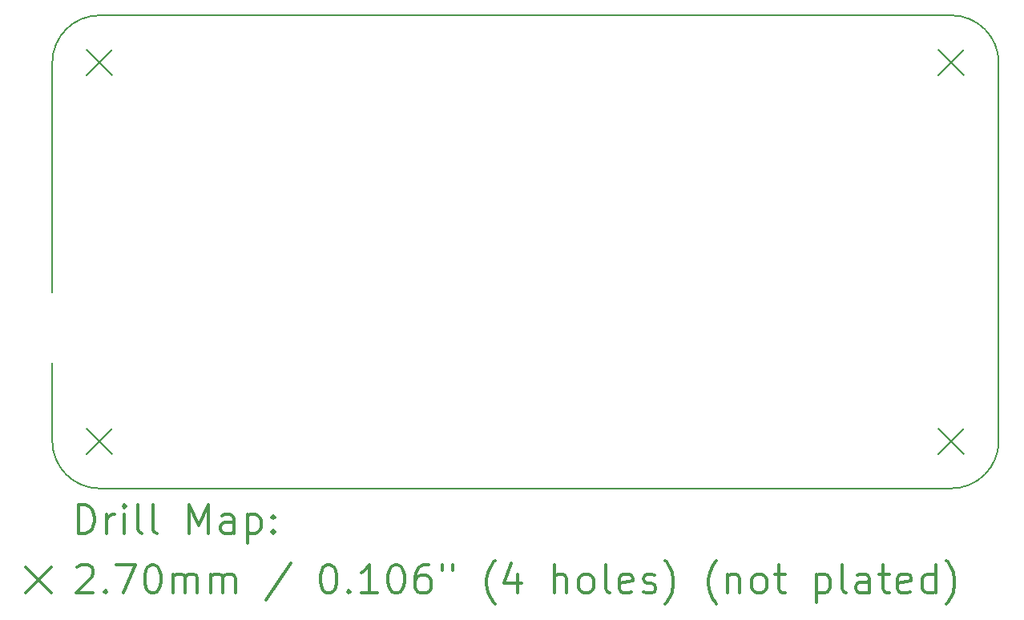
<source format=gbr>
%FSLAX45Y45*%
G04 Gerber Fmt 4.5, Leading zero omitted, Abs format (unit mm)*
G04 Created by KiCad (PCBNEW 5.1.6) date 2020-09-20 16:56:12*
%MOMM*%
%LPD*%
G01*
G04 APERTURE LIST*
%TA.AperFunction,Profile*%
%ADD10C,0.200000*%
%TD*%
%ADD11C,0.200000*%
%ADD12C,0.300000*%
G04 APERTURE END LIST*
D10*
X9999780Y-7925000D02*
X10000000Y-5500000D01*
X9999780Y-8675000D02*
X10000000Y-9500000D01*
X19500000Y-10000000D02*
X10500000Y-10000000D01*
X20000000Y-5500000D02*
X20000000Y-9500000D01*
X10500000Y-5000000D02*
X19500000Y-5000000D01*
X19500000Y-5000000D02*
G75*
G02*
X20000000Y-5500000I0J-500000D01*
G01*
X20000000Y-9500000D02*
G75*
G02*
X19500000Y-10000000I-500000J0D01*
G01*
X10500000Y-10000000D02*
G75*
G02*
X10000000Y-9500000I0J500000D01*
G01*
X10000000Y-5500000D02*
G75*
G02*
X10500000Y-5000000I500000J0D01*
G01*
D11*
X19365000Y-9365000D02*
X19635000Y-9635000D01*
X19635000Y-9365000D02*
X19365000Y-9635000D01*
X10365000Y-5365000D02*
X10635000Y-5635000D01*
X10635000Y-5365000D02*
X10365000Y-5635000D01*
X10365000Y-9365000D02*
X10635000Y-9635000D01*
X10635000Y-9365000D02*
X10365000Y-9635000D01*
X19365000Y-5365000D02*
X19635000Y-5635000D01*
X19635000Y-5365000D02*
X19365000Y-5635000D01*
D12*
X10276208Y-10475714D02*
X10276208Y-10175714D01*
X10347637Y-10175714D01*
X10390494Y-10190000D01*
X10419066Y-10218572D01*
X10433351Y-10247143D01*
X10447637Y-10304286D01*
X10447637Y-10347143D01*
X10433351Y-10404286D01*
X10419066Y-10432857D01*
X10390494Y-10461429D01*
X10347637Y-10475714D01*
X10276208Y-10475714D01*
X10576208Y-10475714D02*
X10576208Y-10275714D01*
X10576208Y-10332857D02*
X10590494Y-10304286D01*
X10604780Y-10290000D01*
X10633351Y-10275714D01*
X10661923Y-10275714D01*
X10761923Y-10475714D02*
X10761923Y-10275714D01*
X10761923Y-10175714D02*
X10747637Y-10190000D01*
X10761923Y-10204286D01*
X10776208Y-10190000D01*
X10761923Y-10175714D01*
X10761923Y-10204286D01*
X10947637Y-10475714D02*
X10919066Y-10461429D01*
X10904780Y-10432857D01*
X10904780Y-10175714D01*
X11104780Y-10475714D02*
X11076208Y-10461429D01*
X11061923Y-10432857D01*
X11061923Y-10175714D01*
X11447637Y-10475714D02*
X11447637Y-10175714D01*
X11547637Y-10390000D01*
X11647637Y-10175714D01*
X11647637Y-10475714D01*
X11919066Y-10475714D02*
X11919066Y-10318572D01*
X11904780Y-10290000D01*
X11876208Y-10275714D01*
X11819066Y-10275714D01*
X11790494Y-10290000D01*
X11919066Y-10461429D02*
X11890494Y-10475714D01*
X11819066Y-10475714D01*
X11790494Y-10461429D01*
X11776208Y-10432857D01*
X11776208Y-10404286D01*
X11790494Y-10375714D01*
X11819066Y-10361429D01*
X11890494Y-10361429D01*
X11919066Y-10347143D01*
X12061923Y-10275714D02*
X12061923Y-10575714D01*
X12061923Y-10290000D02*
X12090494Y-10275714D01*
X12147637Y-10275714D01*
X12176208Y-10290000D01*
X12190494Y-10304286D01*
X12204780Y-10332857D01*
X12204780Y-10418572D01*
X12190494Y-10447143D01*
X12176208Y-10461429D01*
X12147637Y-10475714D01*
X12090494Y-10475714D01*
X12061923Y-10461429D01*
X12333351Y-10447143D02*
X12347637Y-10461429D01*
X12333351Y-10475714D01*
X12319066Y-10461429D01*
X12333351Y-10447143D01*
X12333351Y-10475714D01*
X12333351Y-10290000D02*
X12347637Y-10304286D01*
X12333351Y-10318572D01*
X12319066Y-10304286D01*
X12333351Y-10290000D01*
X12333351Y-10318572D01*
X9719780Y-10835000D02*
X9989780Y-11105000D01*
X9989780Y-10835000D02*
X9719780Y-11105000D01*
X10261923Y-10834286D02*
X10276208Y-10820000D01*
X10304780Y-10805714D01*
X10376208Y-10805714D01*
X10404780Y-10820000D01*
X10419066Y-10834286D01*
X10433351Y-10862857D01*
X10433351Y-10891429D01*
X10419066Y-10934286D01*
X10247637Y-11105714D01*
X10433351Y-11105714D01*
X10561923Y-11077143D02*
X10576208Y-11091429D01*
X10561923Y-11105714D01*
X10547637Y-11091429D01*
X10561923Y-11077143D01*
X10561923Y-11105714D01*
X10676208Y-10805714D02*
X10876208Y-10805714D01*
X10747637Y-11105714D01*
X11047637Y-10805714D02*
X11076208Y-10805714D01*
X11104780Y-10820000D01*
X11119066Y-10834286D01*
X11133351Y-10862857D01*
X11147637Y-10920000D01*
X11147637Y-10991429D01*
X11133351Y-11048572D01*
X11119066Y-11077143D01*
X11104780Y-11091429D01*
X11076208Y-11105714D01*
X11047637Y-11105714D01*
X11019066Y-11091429D01*
X11004780Y-11077143D01*
X10990494Y-11048572D01*
X10976208Y-10991429D01*
X10976208Y-10920000D01*
X10990494Y-10862857D01*
X11004780Y-10834286D01*
X11019066Y-10820000D01*
X11047637Y-10805714D01*
X11276208Y-11105714D02*
X11276208Y-10905714D01*
X11276208Y-10934286D02*
X11290494Y-10920000D01*
X11319066Y-10905714D01*
X11361923Y-10905714D01*
X11390494Y-10920000D01*
X11404780Y-10948572D01*
X11404780Y-11105714D01*
X11404780Y-10948572D02*
X11419066Y-10920000D01*
X11447637Y-10905714D01*
X11490494Y-10905714D01*
X11519066Y-10920000D01*
X11533351Y-10948572D01*
X11533351Y-11105714D01*
X11676208Y-11105714D02*
X11676208Y-10905714D01*
X11676208Y-10934286D02*
X11690494Y-10920000D01*
X11719066Y-10905714D01*
X11761923Y-10905714D01*
X11790494Y-10920000D01*
X11804780Y-10948572D01*
X11804780Y-11105714D01*
X11804780Y-10948572D02*
X11819066Y-10920000D01*
X11847637Y-10905714D01*
X11890494Y-10905714D01*
X11919066Y-10920000D01*
X11933351Y-10948572D01*
X11933351Y-11105714D01*
X12519066Y-10791429D02*
X12261923Y-11177143D01*
X12904780Y-10805714D02*
X12933351Y-10805714D01*
X12961923Y-10820000D01*
X12976208Y-10834286D01*
X12990494Y-10862857D01*
X13004780Y-10920000D01*
X13004780Y-10991429D01*
X12990494Y-11048572D01*
X12976208Y-11077143D01*
X12961923Y-11091429D01*
X12933351Y-11105714D01*
X12904780Y-11105714D01*
X12876208Y-11091429D01*
X12861923Y-11077143D01*
X12847637Y-11048572D01*
X12833351Y-10991429D01*
X12833351Y-10920000D01*
X12847637Y-10862857D01*
X12861923Y-10834286D01*
X12876208Y-10820000D01*
X12904780Y-10805714D01*
X13133351Y-11077143D02*
X13147637Y-11091429D01*
X13133351Y-11105714D01*
X13119066Y-11091429D01*
X13133351Y-11077143D01*
X13133351Y-11105714D01*
X13433351Y-11105714D02*
X13261923Y-11105714D01*
X13347637Y-11105714D02*
X13347637Y-10805714D01*
X13319066Y-10848572D01*
X13290494Y-10877143D01*
X13261923Y-10891429D01*
X13619066Y-10805714D02*
X13647637Y-10805714D01*
X13676208Y-10820000D01*
X13690494Y-10834286D01*
X13704780Y-10862857D01*
X13719066Y-10920000D01*
X13719066Y-10991429D01*
X13704780Y-11048572D01*
X13690494Y-11077143D01*
X13676208Y-11091429D01*
X13647637Y-11105714D01*
X13619066Y-11105714D01*
X13590494Y-11091429D01*
X13576208Y-11077143D01*
X13561923Y-11048572D01*
X13547637Y-10991429D01*
X13547637Y-10920000D01*
X13561923Y-10862857D01*
X13576208Y-10834286D01*
X13590494Y-10820000D01*
X13619066Y-10805714D01*
X13976208Y-10805714D02*
X13919066Y-10805714D01*
X13890494Y-10820000D01*
X13876208Y-10834286D01*
X13847637Y-10877143D01*
X13833351Y-10934286D01*
X13833351Y-11048572D01*
X13847637Y-11077143D01*
X13861923Y-11091429D01*
X13890494Y-11105714D01*
X13947637Y-11105714D01*
X13976208Y-11091429D01*
X13990494Y-11077143D01*
X14004780Y-11048572D01*
X14004780Y-10977143D01*
X13990494Y-10948572D01*
X13976208Y-10934286D01*
X13947637Y-10920000D01*
X13890494Y-10920000D01*
X13861923Y-10934286D01*
X13847637Y-10948572D01*
X13833351Y-10977143D01*
X14119066Y-10805714D02*
X14119066Y-10862857D01*
X14233351Y-10805714D02*
X14233351Y-10862857D01*
X14676208Y-11220000D02*
X14661923Y-11205714D01*
X14633351Y-11162857D01*
X14619066Y-11134286D01*
X14604780Y-11091429D01*
X14590494Y-11020000D01*
X14590494Y-10962857D01*
X14604780Y-10891429D01*
X14619066Y-10848572D01*
X14633351Y-10820000D01*
X14661923Y-10777143D01*
X14676208Y-10762857D01*
X14919066Y-10905714D02*
X14919066Y-11105714D01*
X14847637Y-10791429D02*
X14776208Y-11005714D01*
X14961923Y-11005714D01*
X15304780Y-11105714D02*
X15304780Y-10805714D01*
X15433351Y-11105714D02*
X15433351Y-10948572D01*
X15419066Y-10920000D01*
X15390494Y-10905714D01*
X15347637Y-10905714D01*
X15319066Y-10920000D01*
X15304780Y-10934286D01*
X15619066Y-11105714D02*
X15590494Y-11091429D01*
X15576208Y-11077143D01*
X15561923Y-11048572D01*
X15561923Y-10962857D01*
X15576208Y-10934286D01*
X15590494Y-10920000D01*
X15619066Y-10905714D01*
X15661923Y-10905714D01*
X15690494Y-10920000D01*
X15704780Y-10934286D01*
X15719066Y-10962857D01*
X15719066Y-11048572D01*
X15704780Y-11077143D01*
X15690494Y-11091429D01*
X15661923Y-11105714D01*
X15619066Y-11105714D01*
X15890494Y-11105714D02*
X15861923Y-11091429D01*
X15847637Y-11062857D01*
X15847637Y-10805714D01*
X16119066Y-11091429D02*
X16090494Y-11105714D01*
X16033351Y-11105714D01*
X16004780Y-11091429D01*
X15990494Y-11062857D01*
X15990494Y-10948572D01*
X16004780Y-10920000D01*
X16033351Y-10905714D01*
X16090494Y-10905714D01*
X16119066Y-10920000D01*
X16133351Y-10948572D01*
X16133351Y-10977143D01*
X15990494Y-11005714D01*
X16247637Y-11091429D02*
X16276208Y-11105714D01*
X16333351Y-11105714D01*
X16361923Y-11091429D01*
X16376208Y-11062857D01*
X16376208Y-11048572D01*
X16361923Y-11020000D01*
X16333351Y-11005714D01*
X16290494Y-11005714D01*
X16261923Y-10991429D01*
X16247637Y-10962857D01*
X16247637Y-10948572D01*
X16261923Y-10920000D01*
X16290494Y-10905714D01*
X16333351Y-10905714D01*
X16361923Y-10920000D01*
X16476208Y-11220000D02*
X16490494Y-11205714D01*
X16519066Y-11162857D01*
X16533351Y-11134286D01*
X16547637Y-11091429D01*
X16561923Y-11020000D01*
X16561923Y-10962857D01*
X16547637Y-10891429D01*
X16533351Y-10848572D01*
X16519066Y-10820000D01*
X16490494Y-10777143D01*
X16476208Y-10762857D01*
X17019066Y-11220000D02*
X17004780Y-11205714D01*
X16976208Y-11162857D01*
X16961923Y-11134286D01*
X16947637Y-11091429D01*
X16933351Y-11020000D01*
X16933351Y-10962857D01*
X16947637Y-10891429D01*
X16961923Y-10848572D01*
X16976208Y-10820000D01*
X17004780Y-10777143D01*
X17019066Y-10762857D01*
X17133351Y-10905714D02*
X17133351Y-11105714D01*
X17133351Y-10934286D02*
X17147637Y-10920000D01*
X17176208Y-10905714D01*
X17219066Y-10905714D01*
X17247637Y-10920000D01*
X17261923Y-10948572D01*
X17261923Y-11105714D01*
X17447637Y-11105714D02*
X17419066Y-11091429D01*
X17404780Y-11077143D01*
X17390494Y-11048572D01*
X17390494Y-10962857D01*
X17404780Y-10934286D01*
X17419066Y-10920000D01*
X17447637Y-10905714D01*
X17490494Y-10905714D01*
X17519066Y-10920000D01*
X17533351Y-10934286D01*
X17547637Y-10962857D01*
X17547637Y-11048572D01*
X17533351Y-11077143D01*
X17519066Y-11091429D01*
X17490494Y-11105714D01*
X17447637Y-11105714D01*
X17633351Y-10905714D02*
X17747637Y-10905714D01*
X17676208Y-10805714D02*
X17676208Y-11062857D01*
X17690494Y-11091429D01*
X17719066Y-11105714D01*
X17747637Y-11105714D01*
X18076208Y-10905714D02*
X18076208Y-11205714D01*
X18076208Y-10920000D02*
X18104780Y-10905714D01*
X18161923Y-10905714D01*
X18190494Y-10920000D01*
X18204780Y-10934286D01*
X18219066Y-10962857D01*
X18219066Y-11048572D01*
X18204780Y-11077143D01*
X18190494Y-11091429D01*
X18161923Y-11105714D01*
X18104780Y-11105714D01*
X18076208Y-11091429D01*
X18390494Y-11105714D02*
X18361923Y-11091429D01*
X18347637Y-11062857D01*
X18347637Y-10805714D01*
X18633351Y-11105714D02*
X18633351Y-10948572D01*
X18619066Y-10920000D01*
X18590494Y-10905714D01*
X18533351Y-10905714D01*
X18504780Y-10920000D01*
X18633351Y-11091429D02*
X18604780Y-11105714D01*
X18533351Y-11105714D01*
X18504780Y-11091429D01*
X18490494Y-11062857D01*
X18490494Y-11034286D01*
X18504780Y-11005714D01*
X18533351Y-10991429D01*
X18604780Y-10991429D01*
X18633351Y-10977143D01*
X18733351Y-10905714D02*
X18847637Y-10905714D01*
X18776208Y-10805714D02*
X18776208Y-11062857D01*
X18790494Y-11091429D01*
X18819066Y-11105714D01*
X18847637Y-11105714D01*
X19061923Y-11091429D02*
X19033351Y-11105714D01*
X18976208Y-11105714D01*
X18947637Y-11091429D01*
X18933351Y-11062857D01*
X18933351Y-10948572D01*
X18947637Y-10920000D01*
X18976208Y-10905714D01*
X19033351Y-10905714D01*
X19061923Y-10920000D01*
X19076208Y-10948572D01*
X19076208Y-10977143D01*
X18933351Y-11005714D01*
X19333351Y-11105714D02*
X19333351Y-10805714D01*
X19333351Y-11091429D02*
X19304780Y-11105714D01*
X19247637Y-11105714D01*
X19219066Y-11091429D01*
X19204780Y-11077143D01*
X19190494Y-11048572D01*
X19190494Y-10962857D01*
X19204780Y-10934286D01*
X19219066Y-10920000D01*
X19247637Y-10905714D01*
X19304780Y-10905714D01*
X19333351Y-10920000D01*
X19447637Y-11220000D02*
X19461923Y-11205714D01*
X19490494Y-11162857D01*
X19504780Y-11134286D01*
X19519066Y-11091429D01*
X19533351Y-11020000D01*
X19533351Y-10962857D01*
X19519066Y-10891429D01*
X19504780Y-10848572D01*
X19490494Y-10820000D01*
X19461923Y-10777143D01*
X19447637Y-10762857D01*
M02*

</source>
